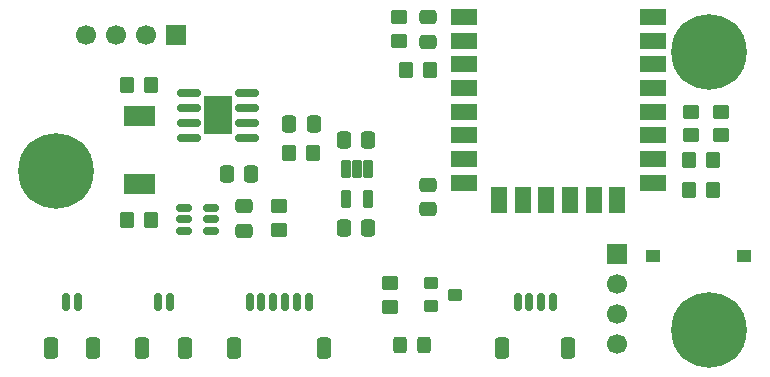
<source format=gbr>
%TF.GenerationSoftware,KiCad,Pcbnew,9.0.6-9.0.6~ubuntu22.04.1*%
%TF.CreationDate,2026-01-04T01:52:07+05:30*%
%TF.ProjectId,WLM_NODE1,574c4d5f-4e4f-4444-9531-2e6b69636164,rev?*%
%TF.SameCoordinates,Original*%
%TF.FileFunction,Soldermask,Top*%
%TF.FilePolarity,Negative*%
%FSLAX46Y46*%
G04 Gerber Fmt 4.6, Leading zero omitted, Abs format (unit mm)*
G04 Created by KiCad (PCBNEW 9.0.6-9.0.6~ubuntu22.04.1) date 2026-01-04 01:52:07*
%MOMM*%
%LPD*%
G01*
G04 APERTURE LIST*
G04 Aperture macros list*
%AMRoundRect*
0 Rectangle with rounded corners*
0 $1 Rounding radius*
0 $2 $3 $4 $5 $6 $7 $8 $9 X,Y pos of 4 corners*
0 Add a 4 corners polygon primitive as box body*
4,1,4,$2,$3,$4,$5,$6,$7,$8,$9,$2,$3,0*
0 Add four circle primitives for the rounded corners*
1,1,$1+$1,$2,$3*
1,1,$1+$1,$4,$5*
1,1,$1+$1,$6,$7*
1,1,$1+$1,$8,$9*
0 Add four rect primitives between the rounded corners*
20,1,$1+$1,$2,$3,$4,$5,0*
20,1,$1+$1,$4,$5,$6,$7,0*
20,1,$1+$1,$6,$7,$8,$9,0*
20,1,$1+$1,$8,$9,$2,$3,0*%
G04 Aperture macros list end*
%ADD10RoundRect,0.250000X-0.350000X-0.450000X0.350000X-0.450000X0.350000X0.450000X-0.350000X0.450000X0*%
%ADD11RoundRect,0.250000X-0.337500X-0.475000X0.337500X-0.475000X0.337500X0.475000X-0.337500X0.475000X0*%
%ADD12RoundRect,0.250000X0.350000X0.450000X-0.350000X0.450000X-0.350000X-0.450000X0.350000X-0.450000X0*%
%ADD13RoundRect,0.150000X-0.150000X-0.625000X0.150000X-0.625000X0.150000X0.625000X-0.150000X0.625000X0*%
%ADD14RoundRect,0.250000X-0.350000X-0.650000X0.350000X-0.650000X0.350000X0.650000X-0.350000X0.650000X0*%
%ADD15RoundRect,0.102000X-0.325000X0.625000X-0.325000X-0.625000X0.325000X-0.625000X0.325000X0.625000X0*%
%ADD16RoundRect,0.250000X-0.450000X0.350000X-0.450000X-0.350000X0.450000X-0.350000X0.450000X0.350000X0*%
%ADD17RoundRect,0.250000X0.325000X0.450000X-0.325000X0.450000X-0.325000X-0.450000X0.325000X-0.450000X0*%
%ADD18RoundRect,0.250000X-0.475000X0.337500X-0.475000X-0.337500X0.475000X-0.337500X0.475000X0.337500X0*%
%ADD19C,0.800000*%
%ADD20C,6.400000*%
%ADD21RoundRect,0.102000X-0.486000X-0.401000X0.486000X-0.401000X0.486000X0.401000X-0.486000X0.401000X0*%
%ADD22RoundRect,0.250000X0.337500X0.475000X-0.337500X0.475000X-0.337500X-0.475000X0.337500X-0.475000X0*%
%ADD23RoundRect,0.075500X0.226500X-0.806500X0.226500X0.806500X-0.226500X0.806500X-0.226500X-0.806500X0*%
%ADD24RoundRect,0.150000X-0.825000X-0.150000X0.825000X-0.150000X0.825000X0.150000X-0.825000X0.150000X0*%
%ADD25R,2.410000X3.300000*%
%ADD26R,1.700000X1.700000*%
%ADD27C,1.700000*%
%ADD28RoundRect,0.250000X0.475000X-0.337500X0.475000X0.337500X-0.475000X0.337500X-0.475000X-0.337500X0*%
%ADD29RoundRect,0.150000X-0.512500X-0.150000X0.512500X-0.150000X0.512500X0.150000X-0.512500X0.150000X0*%
%ADD30R,1.250000X1.000000*%
%ADD31RoundRect,0.102000X-1.000000X-0.600000X1.000000X-0.600000X1.000000X0.600000X-1.000000X0.600000X0*%
%ADD32RoundRect,0.102000X-0.600000X-1.000000X0.600000X-1.000000X0.600000X1.000000X-0.600000X1.000000X0*%
G04 APERTURE END LIST*
D10*
%TO.C,R5*%
X171400000Y-69800000D03*
X173400000Y-69800000D03*
%TD*%
D11*
%TO.C,C1*%
X137542500Y-66700000D03*
X139617500Y-66700000D03*
%TD*%
D12*
%TO.C,R6*%
X149430000Y-62200000D03*
X147430000Y-62200000D03*
%TD*%
D13*
%TO.C,J1*%
X134175000Y-81850000D03*
X135175000Y-81850000D03*
X136175000Y-81850000D03*
X137175000Y-81850000D03*
X138175000Y-81850000D03*
X139175000Y-81850000D03*
D14*
X132875000Y-85725000D03*
X140475000Y-85725000D03*
%TD*%
D10*
%TO.C,R1*%
X137550000Y-69200000D03*
X139550000Y-69200000D03*
%TD*%
D12*
%TO.C,R2*%
X125800000Y-63450000D03*
X123800000Y-63450000D03*
%TD*%
%TO.C,R10*%
X125825000Y-74875000D03*
X123825000Y-74875000D03*
%TD*%
D15*
%TO.C,IC1*%
X144207500Y-70575000D03*
X143267500Y-70575000D03*
X142327500Y-70575000D03*
X142327500Y-73075000D03*
X144207500Y-73075000D03*
%TD*%
D16*
%TO.C,R7*%
X146800000Y-57707500D03*
X146800000Y-59707500D03*
%TD*%
%TO.C,R11*%
X146050000Y-80200000D03*
X146050000Y-82200000D03*
%TD*%
D17*
%TO.C,D1*%
X148950000Y-85450000D03*
X146900000Y-85450000D03*
%TD*%
D18*
%TO.C,C5*%
X149300000Y-57700000D03*
X149300000Y-59775000D03*
%TD*%
D19*
%TO.C,H2*%
X115400000Y-70700000D03*
X116102944Y-69002944D03*
X116102944Y-72397056D03*
X117800000Y-68300000D03*
D20*
X117800000Y-70700000D03*
D19*
X117800000Y-73100000D03*
X119497056Y-69002944D03*
X119497056Y-72397056D03*
X120200000Y-70700000D03*
%TD*%
D21*
%TO.C,T1*%
X149518000Y-80234800D03*
X149518000Y-82165200D03*
X151550000Y-81200000D03*
%TD*%
D22*
%TO.C,C6*%
X144225000Y-75575000D03*
X142150000Y-75575000D03*
%TD*%
%TO.C,C7*%
X144225000Y-68075000D03*
X142150000Y-68075000D03*
%TD*%
D23*
%TO.C,Q1*%
X123910000Y-71830000D03*
X124560000Y-71830000D03*
X125210000Y-71830000D03*
X125860000Y-71830000D03*
X125860000Y-66070000D03*
X125210000Y-66070000D03*
X124560000Y-66070000D03*
X123910000Y-66070000D03*
%TD*%
D18*
%TO.C,C3*%
X149300000Y-71875000D03*
X149300000Y-73950000D03*
%TD*%
D24*
%TO.C,U2*%
X129025000Y-64095000D03*
X129025000Y-65365000D03*
X129025000Y-66635000D03*
X129025000Y-67905000D03*
X133975000Y-67905000D03*
X133975000Y-66635000D03*
X133975000Y-65365000D03*
X133975000Y-64095000D03*
D25*
X131500000Y-66000000D03*
%TD*%
D13*
%TO.C,BAT*%
X118625000Y-81850000D03*
X119625000Y-81850000D03*
D14*
X117325000Y-85725000D03*
X120925000Y-85725000D03*
%TD*%
D19*
%TO.C,H1*%
X170700000Y-84200000D03*
X171402944Y-82502944D03*
X171402944Y-85897056D03*
X173100000Y-81800000D03*
D20*
X173100000Y-84200000D03*
D19*
X173100000Y-86600000D03*
X174797056Y-82502944D03*
X174797056Y-85897056D03*
X175500000Y-84200000D03*
%TD*%
D26*
%TO.C,J5*%
X127920000Y-59200000D03*
D27*
X125380000Y-59200000D03*
X122840000Y-59200000D03*
X120300000Y-59200000D03*
%TD*%
D10*
%TO.C,R3*%
X171400000Y-72300000D03*
X173400000Y-72300000D03*
%TD*%
D26*
%TO.C,J3*%
X165300000Y-77730000D03*
D27*
X165300000Y-80270000D03*
X165300000Y-82810000D03*
X165300000Y-85350000D03*
%TD*%
D28*
%TO.C,C4*%
X133700000Y-75767500D03*
X133700000Y-73692500D03*
%TD*%
D29*
%TO.C,U3*%
X128600000Y-73875000D03*
X128600000Y-74825000D03*
X128600000Y-75775000D03*
X130875000Y-75775000D03*
X130875000Y-74825000D03*
X130875000Y-73875000D03*
%TD*%
D16*
%TO.C,R4*%
X136700000Y-73700000D03*
X136700000Y-75700000D03*
%TD*%
D22*
%TO.C,C2*%
X134300000Y-70950000D03*
X132225000Y-70950000D03*
%TD*%
D19*
%TO.C,H3*%
X170702944Y-60647056D03*
X171405888Y-58950000D03*
X171405888Y-62344112D03*
X173102944Y-58247056D03*
D20*
X173102944Y-60647056D03*
D19*
X173102944Y-63047056D03*
X174800000Y-58950000D03*
X174800000Y-62344112D03*
X175502944Y-60647056D03*
%TD*%
D30*
%TO.C,SW1*%
X168300000Y-77950000D03*
X176050000Y-77950000D03*
%TD*%
D16*
%TO.C,R9*%
X174050000Y-65700000D03*
X174050000Y-67700000D03*
%TD*%
D31*
%TO.C,U1*%
X152300000Y-57700000D03*
X152300000Y-59700000D03*
X152300000Y-61700000D03*
X152300000Y-63700000D03*
X152300000Y-65700000D03*
X152300000Y-67700000D03*
X152300000Y-69700000D03*
X152300000Y-71700000D03*
D32*
X155300000Y-73180000D03*
X157300000Y-73180000D03*
X159300000Y-73180000D03*
X161300000Y-73180000D03*
X163300000Y-73180000D03*
X165300000Y-73180000D03*
D31*
X168300000Y-71700000D03*
X168300000Y-69700000D03*
X168300000Y-67700000D03*
X168300000Y-65700000D03*
X168300000Y-63700000D03*
X168300000Y-61700000D03*
X168300000Y-59700000D03*
X168300000Y-57700000D03*
%TD*%
D13*
%TO.C,SP*%
X126400000Y-81850000D03*
X127400000Y-81850000D03*
D14*
X125100000Y-85725000D03*
X128700000Y-85725000D03*
%TD*%
D13*
%TO.C,SENSOR*%
X156875000Y-81850000D03*
X157875000Y-81850000D03*
X158875000Y-81850000D03*
X159875000Y-81850000D03*
D14*
X155575000Y-85725000D03*
X161175000Y-85725000D03*
%TD*%
D16*
%TO.C,R8*%
X171550000Y-65700000D03*
X171550000Y-67700000D03*
%TD*%
M02*

</source>
